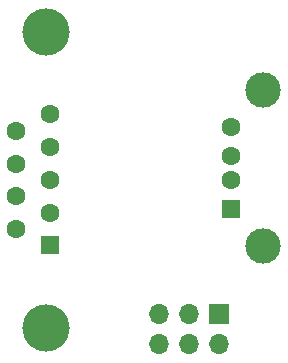
<source format=gbr>
%TF.GenerationSoftware,KiCad,Pcbnew,(5.1.10)-1*%
%TF.CreationDate,2021-11-06T11:37:03+01:00*%
%TF.ProjectId,msx-mouse-adapter,6d73782d-6d6f-4757-9365-2d6164617074,rev?*%
%TF.SameCoordinates,Original*%
%TF.FileFunction,Soldermask,Top*%
%TF.FilePolarity,Negative*%
%FSLAX46Y46*%
G04 Gerber Fmt 4.6, Leading zero omitted, Abs format (unit mm)*
G04 Created by KiCad (PCBNEW (5.1.10)-1) date 2021-11-06 11:37:03*
%MOMM*%
%LPD*%
G01*
G04 APERTURE LIST*
%ADD10C,3.000000*%
%ADD11R,1.500000X1.600000*%
%ADD12C,1.600000*%
%ADD13R,1.700000X1.700000*%
%ADD14O,1.700000X1.700000*%
%ADD15C,4.000000*%
%ADD16R,1.600000X1.600000*%
G04 APERTURE END LIST*
D10*
%TO.C,J2*%
X146982000Y-55902000D03*
X146982000Y-42762000D03*
D11*
X144272000Y-52832000D03*
D12*
X144272000Y-50332000D03*
X144272000Y-48332000D03*
X144272000Y-45832000D03*
%TD*%
D13*
%TO.C,J3*%
X143256000Y-61722000D03*
D14*
X143256000Y-64262000D03*
X140716000Y-61722000D03*
X140716000Y-64262000D03*
X138176000Y-61722000D03*
X138176000Y-64262000D03*
%TD*%
D12*
%TO.C,J1*%
X128905000Y-53110000D03*
X126065000Y-48955000D03*
X126065000Y-46185000D03*
D15*
X128605000Y-37840000D03*
X128605000Y-62840000D03*
D12*
X128905000Y-44800000D03*
X128905000Y-47570000D03*
X126065000Y-51725000D03*
D16*
X128905000Y-55880000D03*
D12*
X128905000Y-50340000D03*
X126065000Y-54495000D03*
%TD*%
M02*

</source>
